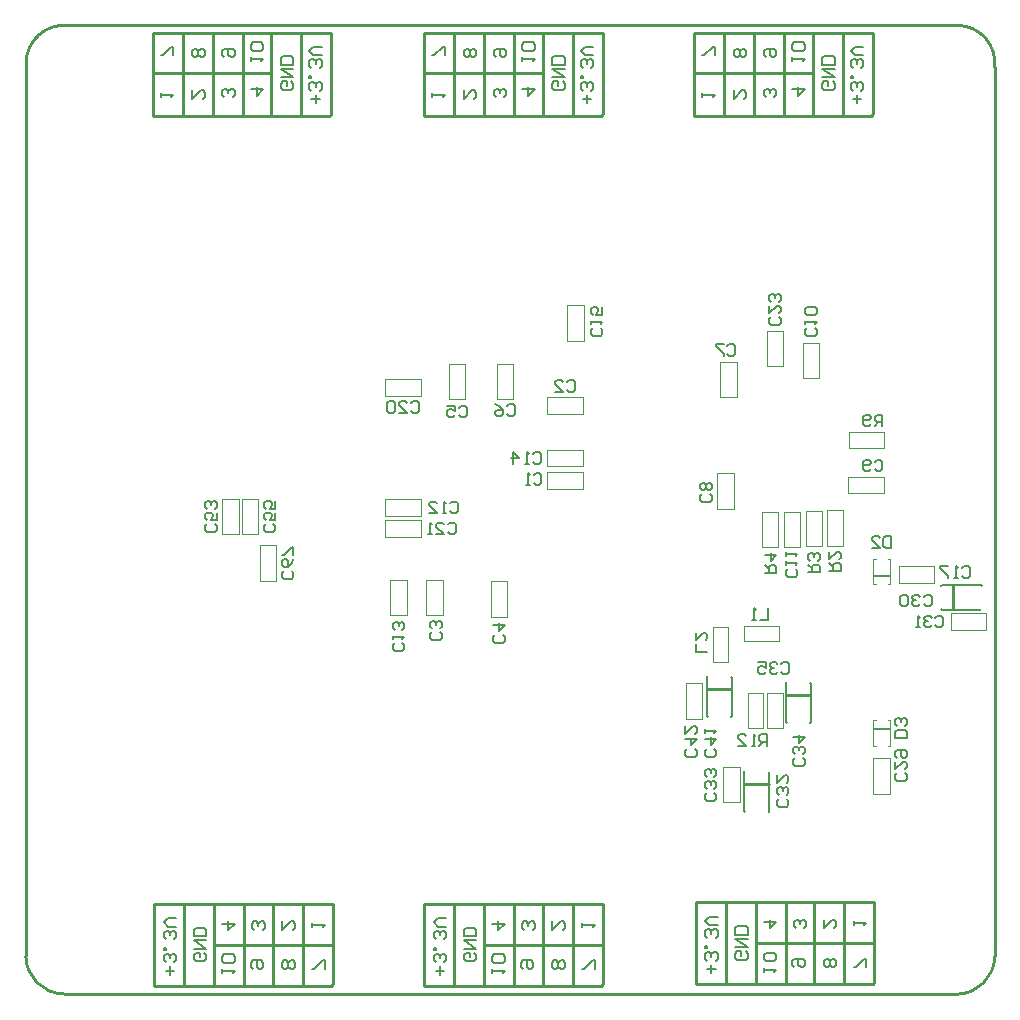
<source format=gbo>
G04*
G04 #@! TF.GenerationSoftware,Altium Limited,Altium Designer,20.2.5 (213)*
G04*
G04 Layer_Color=32896*
%FSLAX42Y42*%
%MOMM*%
G71*
G04*
G04 #@! TF.SameCoordinates,314019C8-8427-4676-9664-B8FEBD72C539*
G04*
G04*
G04 #@! TF.FilePolarity,Positive*
G04*
G01*
G75*
%ADD13C,0.25*%
%ADD14C,0.10*%
%ADD15C,0.12*%
%ADD16C,0.15*%
%ADD19C,0.16*%
%ADD121C,0.18*%
D13*
X8255Y10033D02*
Y10732D01*
X9766Y10046D02*
Y10732D01*
X8255D02*
X9766D01*
X8255Y10033D02*
X9754D01*
X9766Y10046D01*
X8509Y10033D02*
Y10732D01*
X8763Y10033D02*
Y10732D01*
X9017Y10033D02*
Y10732D01*
X9258Y10033D02*
Y10732D01*
X9512Y10033D02*
Y10732D01*
X8255Y10395D02*
X9252D01*
X5969Y10033D02*
Y10732D01*
X7480Y10046D02*
Y10732D01*
X5969D02*
X7480D01*
X5969Y10033D02*
X7468D01*
X7480Y10046D01*
X6223Y10033D02*
Y10732D01*
X6477Y10033D02*
Y10732D01*
X6731Y10033D02*
Y10732D01*
X6972Y10033D02*
Y10732D01*
X7226Y10033D02*
Y10732D01*
X5969Y10395D02*
X6966D01*
X3670D02*
X4667D01*
X4928Y10033D02*
Y10732D01*
X4674Y10033D02*
Y10732D01*
X4432Y10033D02*
Y10732D01*
X4178Y10033D02*
Y10732D01*
X3924Y10033D02*
Y10732D01*
X5169Y10033D02*
X5182Y10046D01*
X3670Y10033D02*
X5169D01*
X3670Y10732D02*
X5182D01*
Y10046D02*
Y10732D01*
X3670Y10033D02*
Y10732D01*
X8268Y2680D02*
Y3378D01*
X9779Y2692D02*
Y3378D01*
X8268D02*
X9779D01*
X8268Y2680D02*
X9766D01*
X9779Y2692D01*
X8522Y2680D02*
Y3378D01*
X8776Y2680D02*
Y3378D01*
X9030Y2680D02*
Y3378D01*
X9271Y2680D02*
Y3378D01*
X9525Y2680D02*
Y3378D01*
X8776Y3029D02*
X9773D01*
X5969Y2667D02*
Y3365D01*
X7480Y2680D02*
Y3365D01*
X5969D02*
X7480D01*
X5969Y2667D02*
X7468D01*
X7480Y2680D01*
X6223Y2667D02*
Y3365D01*
X6477Y2667D02*
Y3365D01*
X6731Y2667D02*
Y3365D01*
X6972Y2667D02*
Y3365D01*
X7226Y2667D02*
Y3365D01*
X6477Y3016D02*
X7474D01*
X4191D02*
X5188D01*
X4940Y2667D02*
Y3365D01*
X4686Y2667D02*
Y3365D01*
X4445Y2667D02*
Y3365D01*
X4191Y2667D02*
Y3365D01*
X3937Y2667D02*
Y3365D01*
X5182Y2667D02*
X5194Y2680D01*
X3683Y2667D02*
X5182D01*
X3683Y3365D02*
X5194D01*
Y2680D02*
Y3365D01*
X3683Y2667D02*
Y3365D01*
X10450Y5856D02*
Y6054D01*
X8688Y4378D02*
X8886D01*
X9041Y5132D02*
X9239D01*
X8373Y5184D02*
X8571D01*
X10799Y10444D02*
G03*
X10483Y10801I-316J38D01*
G01*
X10480Y2597D02*
G03*
X10801Y2921I-3J324D01*
G01*
X2597Y2921D02*
G03*
X2921Y2600I324J3D01*
G01*
X2962Y10799D02*
G03*
X2600Y10478I-39J-321D01*
G01*
X2962Y10799D02*
X2962Y10799D01*
X2598Y2921D02*
X2600Y10478D01*
X2921Y2600D02*
X10480Y2597D01*
X2911Y10800D02*
X10483Y10801D01*
X10800Y10444D02*
X10801Y2921D01*
D14*
X7013Y6877D02*
Y7017D01*
Y6877D02*
X7313D01*
X7013Y7017D02*
X7313D01*
Y6877D02*
Y7017D01*
X7013Y7512D02*
Y7652D01*
Y7512D02*
X7313D01*
X7013Y7652D02*
X7313D01*
Y7512D02*
Y7652D01*
X5988Y6106D02*
X6128D01*
X5988Y5806D02*
Y6106D01*
X6128Y5806D02*
Y6106D01*
X5988Y5806D02*
X6128D01*
X6534Y6094D02*
X6674D01*
X6534Y5794D02*
Y6094D01*
X6674Y5794D02*
Y6094D01*
X6534Y5794D02*
X6674D01*
X6178Y7935D02*
X6318D01*
X6178Y7635D02*
Y7935D01*
X6318Y7635D02*
Y7935D01*
X6178Y7635D02*
X6318D01*
X6585Y7935D02*
X6725D01*
X6585Y7635D02*
Y7935D01*
X6725Y7635D02*
Y7935D01*
X6585Y7635D02*
X6725D01*
X8476Y7950D02*
X8616D01*
X8476Y7650D02*
Y7950D01*
X8616Y7650D02*
Y7950D01*
X8476Y7650D02*
X8616D01*
X8452Y6708D02*
X8592D01*
X8592D02*
Y7008D01*
X8452Y6708D02*
Y7008D01*
X8592D01*
X9860Y6839D02*
Y6979D01*
X9560Y6979D02*
X9860D01*
X9560Y6839D02*
X9860D01*
X9560D02*
Y6979D01*
X9176Y8112D02*
X9316D01*
X9176Y7812D02*
Y8112D01*
X9316Y7812D02*
Y8112D01*
X9176Y7812D02*
X9316D01*
X9016Y6684D02*
X9156D01*
X9016Y6384D02*
Y6684D01*
X9156Y6384D02*
Y6684D01*
X9016Y6384D02*
X9156D01*
X5641Y6648D02*
Y6788D01*
Y6648D02*
X5941D01*
X5641Y6788D02*
X5941D01*
Y6648D02*
Y6788D01*
X5683Y6106D02*
X5823D01*
X5683Y5806D02*
Y6106D01*
X5823Y5806D02*
Y6106D01*
X5683Y5806D02*
X5823D01*
X7013Y7067D02*
Y7207D01*
Y7067D02*
X7313D01*
X7013Y7207D02*
X7313D01*
Y7067D02*
Y7207D01*
X7182Y8430D02*
X7322D01*
X7182Y8130D02*
Y8430D01*
X7322Y8130D02*
Y8430D01*
X7182Y8130D02*
X7322D01*
X9990Y6082D02*
Y6222D01*
Y6082D02*
X10290D01*
X9990Y6222D02*
X10290D01*
Y6082D02*
Y6222D01*
X5641Y7664D02*
Y7804D01*
Y7664D02*
X5941D01*
X5641Y7804D02*
X5941D01*
Y7664D02*
Y7804D01*
X5641Y6471D02*
Y6611D01*
Y6471D02*
X5941D01*
X5641Y6611D02*
X5941D01*
Y6471D02*
Y6611D01*
X8871Y8213D02*
X9011D01*
X8871Y7913D02*
Y8213D01*
X9011Y7913D02*
Y8213D01*
X8871Y7913D02*
X9011D01*
X9772Y4295D02*
X9912D01*
X9912D02*
Y4595D01*
X9772Y4295D02*
Y4595D01*
X9912D01*
X8414Y5710D02*
X8544D01*
Y5410D02*
Y5710D01*
X8414Y5410D02*
X8544D01*
X8414D02*
Y5710D01*
X9384Y6693D02*
X9514D01*
Y6393D02*
Y6693D01*
X9384Y6393D02*
X9514D01*
X9384D02*
Y6693D01*
X9206Y6690D02*
X9336D01*
Y6390D02*
Y6690D01*
X9206Y6390D02*
X9336D01*
X9206D02*
Y6690D01*
X8833Y6684D02*
X8963D01*
Y6384D02*
Y6684D01*
X8833Y6384D02*
X8963D01*
X8833D02*
Y6684D01*
X9865Y7225D02*
Y7355D01*
X9565Y7225D02*
X9865D01*
X9565D02*
Y7355D01*
X9865D01*
X8711Y4849D02*
X8841D01*
X8711D02*
Y5149D01*
X8841D01*
Y4849D02*
Y5149D01*
X4261Y6492D02*
X4401D01*
Y6792D01*
X4261Y6492D02*
Y6792D01*
X4261D02*
X4401D01*
X4426Y6492D02*
X4566D01*
Y6792D01*
X4426Y6492D02*
Y6792D01*
X4426D02*
X4566D01*
X4578Y6398D02*
X4718D01*
X4578Y6098D02*
Y6398D01*
X4718Y6098D02*
Y6398D01*
X4578Y6098D02*
X4718D01*
X10729Y5683D02*
Y5823D01*
X10429D02*
X10729D01*
X10429Y5683D02*
X10729D01*
X10429Y5683D02*
Y5823D01*
X8500Y4524D02*
X8640D01*
X8500Y4224D02*
Y4524D01*
X8640Y4224D02*
Y4524D01*
X8500Y4224D02*
X8640D01*
X8871Y5149D02*
X9011D01*
X8871Y4849D02*
Y5149D01*
X9011Y4849D02*
Y5149D01*
X8871Y4849D02*
X9011D01*
X8185Y5230D02*
X8325D01*
X8185Y4930D02*
Y5230D01*
X8325Y4930D02*
Y5230D01*
X8185Y4930D02*
X8325D01*
X8676Y5587D02*
Y5717D01*
X8976D01*
Y5587D02*
Y5717D01*
X8676Y5587D02*
X8976D01*
D15*
X9772Y6284D02*
X9772Y6069D01*
X9772Y6284D02*
X9793D01*
X9912Y6067D02*
Y6284D01*
X9893Y6067D02*
X9912D01*
X9775Y6147D02*
X9912D01*
X9772Y6137D02*
X9910D01*
X9772Y6067D02*
X9793D01*
X9893Y6284D02*
X9912D01*
Y4917D02*
X9912Y4701D01*
X9893D02*
X9912D01*
X9772D02*
Y4919D01*
X9793D01*
X9772Y4839D02*
X9910D01*
X9775Y4849D02*
X9912D01*
X9893Y4919D02*
X9912D01*
X9772Y4701D02*
X9793D01*
D16*
X10345Y5856D02*
X10353Y5849D01*
X10348Y6054D02*
X10355Y6061D01*
X10683D01*
X10690Y6054D01*
X10353Y5849D02*
X10680D01*
X10688Y5856D01*
X8681Y4148D02*
X8688Y4140D01*
X8681Y4148D02*
Y4475D01*
X8886Y4138D02*
X8893Y4145D01*
Y4473D01*
X8886Y4480D02*
X8893Y4473D01*
X8681Y4475D02*
X8688Y4483D01*
X9034Y4902D02*
X9041Y4894D01*
X9034Y4902D02*
Y5229D01*
X9239Y4892D02*
X9247Y4899D01*
Y5227D01*
X9239Y5234D02*
X9247Y5227D01*
X9034Y5229D02*
X9041Y5237D01*
X8365Y4954D02*
X8373Y4946D01*
X8365Y4954D02*
Y5281D01*
X8571Y4944D02*
X8578Y4951D01*
Y5279D01*
X8570Y5286D02*
X8578Y5279D01*
X8365Y5281D02*
X8373Y5289D01*
D19*
X4847Y6182D02*
X4863Y6165D01*
Y6132D01*
X4847Y6115D01*
X4780D01*
X4763Y6132D01*
Y6165D01*
X4780Y6182D01*
X4863Y6282D02*
X4847Y6248D01*
X4813Y6215D01*
X4780D01*
X4763Y6232D01*
Y6265D01*
X4780Y6282D01*
X4797D01*
X4813Y6265D01*
Y6215D01*
X4863Y6315D02*
Y6381D01*
X4847D01*
X4780Y6315D01*
X4763D01*
X4694Y6576D02*
X4711Y6559D01*
Y6526D01*
X4694Y6509D01*
X4628D01*
X4611Y6526D01*
Y6559D01*
X4628Y6576D01*
X4711Y6675D02*
Y6609D01*
X4661D01*
X4678Y6642D01*
Y6659D01*
X4661Y6675D01*
X4628D01*
X4611Y6659D01*
Y6625D01*
X4628Y6609D01*
X4711Y6775D02*
Y6709D01*
X4661D01*
X4678Y6742D01*
Y6759D01*
X4661Y6775D01*
X4628D01*
X4611Y6759D01*
Y6725D01*
X4628Y6709D01*
X4199Y6576D02*
X4215Y6559D01*
Y6526D01*
X4199Y6509D01*
X4132D01*
X4116Y6526D01*
Y6559D01*
X4132Y6576D01*
X4215Y6675D02*
Y6609D01*
X4166D01*
X4182Y6642D01*
Y6659D01*
X4166Y6675D01*
X4132D01*
X4116Y6659D01*
Y6625D01*
X4132Y6609D01*
X4199Y6709D02*
X4215Y6725D01*
Y6759D01*
X4199Y6775D01*
X4182D01*
X4166Y6759D01*
Y6742D01*
Y6759D01*
X4149Y6775D01*
X4132D01*
X4116Y6759D01*
Y6725D01*
X4132Y6709D01*
X8875Y4700D02*
Y4800D01*
X8825D01*
X8809Y4783D01*
Y4750D01*
X8825Y4733D01*
X8875D01*
X8842D02*
X8809Y4700D01*
X8775D02*
X8742D01*
X8759D01*
Y4800D01*
X8775Y4783D01*
X8626Y4700D02*
X8692D01*
X8626Y4766D01*
Y4783D01*
X8642Y4800D01*
X8675D01*
X8692Y4783D01*
X9849Y7405D02*
Y7505D01*
X9800D01*
X9783Y7488D01*
Y7455D01*
X9800Y7438D01*
X9849D01*
X9816D02*
X9783Y7405D01*
X9750Y7422D02*
X9733Y7405D01*
X9700D01*
X9683Y7422D01*
Y7488D01*
X9700Y7505D01*
X9733D01*
X9750Y7488D01*
Y7472D01*
X9733Y7455D01*
X9683D01*
X8853Y6165D02*
X8953D01*
Y6215D01*
X8936Y6232D01*
X8903D01*
X8886Y6215D01*
Y6165D01*
Y6199D02*
X8853Y6232D01*
Y6315D02*
X8953D01*
X8903Y6265D01*
Y6332D01*
X9221Y6169D02*
X9321D01*
Y6219D01*
X9304Y6235D01*
X9271D01*
X9254Y6219D01*
Y6169D01*
Y6202D02*
X9221Y6235D01*
X9304Y6269D02*
X9321Y6285D01*
Y6319D01*
X9304Y6335D01*
X9288D01*
X9271Y6319D01*
Y6302D01*
Y6319D01*
X9254Y6335D01*
X9238D01*
X9221Y6319D01*
Y6285D01*
X9238Y6269D01*
X9399Y6178D02*
X9499D01*
Y6228D01*
X9482Y6244D01*
X9449D01*
X9432Y6228D01*
Y6178D01*
Y6211D02*
X9399Y6244D01*
Y6344D02*
Y6278D01*
X9465Y6344D01*
X9482D01*
X9499Y6328D01*
Y6294D01*
X9482Y6278D01*
X8368Y5492D02*
X8269D01*
Y5559D01*
Y5658D02*
Y5592D01*
X8335Y5658D01*
X8352D01*
X8368Y5642D01*
Y5609D01*
X8352Y5592D01*
X8880Y5866D02*
Y5767D01*
X8814D01*
X8781D02*
X8747D01*
X8764D01*
Y5866D01*
X8781Y5850D01*
X10057Y4768D02*
X9958D01*
Y4818D01*
X9974Y4835D01*
X10041D01*
X10057Y4818D01*
Y4768D01*
X10041Y4868D02*
X10057Y4885D01*
Y4918D01*
X10041Y4935D01*
X10024D01*
X10008Y4918D01*
Y4901D01*
Y4918D01*
X9991Y4935D01*
X9974D01*
X9958Y4918D01*
Y4885D01*
X9974Y4868D01*
X9926Y6476D02*
Y6376D01*
X9876D01*
X9859Y6393D01*
Y6459D01*
X9876Y6476D01*
X9926D01*
X9759Y6376D02*
X9826D01*
X9759Y6443D01*
Y6459D01*
X9776Y6476D01*
X9809D01*
X9826Y6459D01*
X8263Y4671D02*
X8279Y4654D01*
Y4621D01*
X8263Y4604D01*
X8196D01*
X8180Y4621D01*
Y4654D01*
X8196Y4671D01*
X8180Y4754D02*
X8279D01*
X8230Y4704D01*
Y4770D01*
X8180Y4870D02*
Y4804D01*
X8246Y4870D01*
X8263D01*
X8279Y4854D01*
Y4820D01*
X8263Y4804D01*
X8428Y4675D02*
X8445Y4658D01*
Y4625D01*
X8428Y4608D01*
X8361D01*
X8345Y4625D01*
Y4658D01*
X8361Y4675D01*
X8345Y4758D02*
X8445D01*
X8395Y4708D01*
Y4774D01*
X8345Y4808D02*
Y4841D01*
Y4824D01*
X8445D01*
X8428Y4808D01*
X8995Y5393D02*
X9011Y5409D01*
X9045D01*
X9061Y5393D01*
Y5326D01*
X9045Y5310D01*
X9011D01*
X8995Y5326D01*
X8961Y5393D02*
X8945Y5409D01*
X8911D01*
X8895Y5393D01*
Y5376D01*
X8911Y5359D01*
X8928D01*
X8911D01*
X8895Y5343D01*
Y5326D01*
X8911Y5310D01*
X8945D01*
X8961Y5326D01*
X8795Y5409D02*
X8862D01*
Y5359D01*
X8828Y5376D01*
X8812D01*
X8795Y5359D01*
Y5326D01*
X8812Y5310D01*
X8845D01*
X8862Y5326D01*
X9177Y4594D02*
X9194Y4578D01*
Y4544D01*
X9177Y4528D01*
X9111D01*
X9094Y4544D01*
Y4578D01*
X9111Y4594D01*
X9177Y4628D02*
X9194Y4644D01*
Y4678D01*
X9177Y4694D01*
X9161D01*
X9144Y4678D01*
Y4661D01*
Y4678D01*
X9127Y4694D01*
X9111D01*
X9094Y4678D01*
Y4644D01*
X9111Y4628D01*
X9094Y4777D02*
X9194D01*
X9144Y4727D01*
Y4794D01*
X8428Y4302D02*
X8445Y4286D01*
Y4252D01*
X8428Y4236D01*
X8361D01*
X8345Y4252D01*
Y4286D01*
X8361Y4302D01*
X8428Y4336D02*
X8445Y4352D01*
Y4385D01*
X8428Y4402D01*
X8411D01*
X8395Y4385D01*
Y4369D01*
Y4385D01*
X8378Y4402D01*
X8361D01*
X8345Y4385D01*
Y4352D01*
X8361Y4336D01*
X8428Y4435D02*
X8445Y4452D01*
Y4485D01*
X8428Y4502D01*
X8411D01*
X8395Y4485D01*
Y4469D01*
Y4485D01*
X8378Y4502D01*
X8361D01*
X8345Y4485D01*
Y4452D01*
X8361Y4435D01*
X9038Y4251D02*
X9054Y4235D01*
Y4202D01*
X9038Y4185D01*
X8971D01*
X8954Y4202D01*
Y4235D01*
X8971Y4251D01*
X9038Y4285D02*
X9054Y4301D01*
Y4335D01*
X9038Y4351D01*
X9021D01*
X9004Y4335D01*
Y4318D01*
Y4335D01*
X8988Y4351D01*
X8971D01*
X8954Y4335D01*
Y4301D01*
X8971Y4285D01*
X8954Y4451D02*
Y4385D01*
X9021Y4451D01*
X9038D01*
X9054Y4434D01*
Y4401D01*
X9038Y4385D01*
X10299Y5786D02*
X10315Y5803D01*
X10349D01*
X10365Y5786D01*
Y5720D01*
X10349Y5703D01*
X10315D01*
X10299Y5720D01*
X10266Y5786D02*
X10249Y5803D01*
X10216D01*
X10199Y5786D01*
Y5770D01*
X10216Y5753D01*
X10232D01*
X10216D01*
X10199Y5736D01*
Y5720D01*
X10216Y5703D01*
X10249D01*
X10266Y5720D01*
X10166Y5703D02*
X10132D01*
X10149D01*
Y5803D01*
X10166Y5786D01*
X10201Y5964D02*
X10218Y5981D01*
X10251D01*
X10268Y5964D01*
Y5898D01*
X10251Y5881D01*
X10218D01*
X10201Y5898D01*
X10168Y5964D02*
X10151Y5981D01*
X10118D01*
X10101Y5964D01*
Y5948D01*
X10118Y5931D01*
X10135D01*
X10118D01*
X10101Y5914D01*
Y5898D01*
X10118Y5881D01*
X10151D01*
X10168Y5898D01*
X10068Y5964D02*
X10051Y5981D01*
X10018D01*
X10002Y5964D01*
Y5898D01*
X10018Y5881D01*
X10051D01*
X10068Y5898D01*
Y5964D01*
X10041Y4467D02*
X10057Y4451D01*
Y4417D01*
X10041Y4401D01*
X9974D01*
X9958Y4417D01*
Y4451D01*
X9974Y4467D01*
X9958Y4567D02*
Y4501D01*
X10024Y4567D01*
X10041D01*
X10057Y4551D01*
Y4517D01*
X10041Y4501D01*
X9974Y4600D02*
X9958Y4617D01*
Y4650D01*
X9974Y4667D01*
X10041D01*
X10057Y4650D01*
Y4617D01*
X10041Y4600D01*
X10024D01*
X10008Y4617D01*
Y4667D01*
X8974Y8328D02*
X8991Y8312D01*
Y8278D01*
X8974Y8262D01*
X8908D01*
X8891Y8278D01*
Y8312D01*
X8908Y8328D01*
X8891Y8428D02*
Y8361D01*
X8957Y8428D01*
X8974D01*
X8991Y8411D01*
Y8378D01*
X8974Y8361D01*
Y8461D02*
X8991Y8478D01*
Y8511D01*
X8974Y8528D01*
X8957D01*
X8941Y8511D01*
Y8494D01*
Y8511D01*
X8924Y8528D01*
X8908D01*
X8891Y8511D01*
Y8478D01*
X8908Y8461D01*
X6171Y6574D02*
X6188Y6590D01*
X6221D01*
X6238Y6574D01*
Y6507D01*
X6221Y6491D01*
X6188D01*
X6171Y6507D01*
X6072Y6491D02*
X6138D01*
X6072Y6557D01*
Y6574D01*
X6088Y6590D01*
X6121D01*
X6138Y6574D01*
X6038Y6491D02*
X6005D01*
X6022D01*
Y6590D01*
X6038Y6574D01*
X5858Y7602D02*
X5874Y7619D01*
X5908D01*
X5924Y7602D01*
Y7536D01*
X5908Y7519D01*
X5874D01*
X5858Y7536D01*
X5758Y7519D02*
X5824D01*
X5758Y7586D01*
Y7602D01*
X5775Y7619D01*
X5808D01*
X5824Y7602D01*
X5725D02*
X5708Y7619D01*
X5675D01*
X5658Y7602D01*
Y7536D01*
X5675Y7519D01*
X5708D01*
X5725Y7536D01*
Y7602D01*
X10523Y6205D02*
X10540Y6222D01*
X10573D01*
X10590Y6205D01*
Y6139D01*
X10573Y6122D01*
X10540D01*
X10523Y6139D01*
X10490Y6122D02*
X10456D01*
X10473D01*
Y6222D01*
X10490Y6205D01*
X10407Y6222D02*
X10340D01*
Y6205D01*
X10407Y6139D01*
Y6122D01*
X7463Y8235D02*
X7479Y8218D01*
Y8185D01*
X7463Y8168D01*
X7396D01*
X7380Y8185D01*
Y8218D01*
X7396Y8235D01*
X7380Y8268D02*
Y8301D01*
Y8285D01*
X7479D01*
X7463Y8268D01*
X7479Y8418D02*
Y8351D01*
X7429D01*
X7446Y8385D01*
Y8401D01*
X7429Y8418D01*
X7396D01*
X7380Y8401D01*
Y8368D01*
X7396Y8351D01*
X6892Y7171D02*
X6909Y7187D01*
X6942D01*
X6959Y7171D01*
Y7104D01*
X6942Y7087D01*
X6909D01*
X6892Y7104D01*
X6859Y7087D02*
X6826D01*
X6842D01*
Y7187D01*
X6859Y7171D01*
X6726Y7087D02*
Y7187D01*
X6776Y7137D01*
X6709D01*
X5786Y5568D02*
X5803Y5551D01*
Y5518D01*
X5786Y5501D01*
X5720D01*
X5703Y5518D01*
Y5551D01*
X5720Y5568D01*
X5703Y5601D02*
Y5634D01*
Y5618D01*
X5803D01*
X5786Y5601D01*
Y5684D02*
X5803Y5701D01*
Y5734D01*
X5786Y5751D01*
X5770D01*
X5753Y5734D01*
Y5718D01*
Y5734D01*
X5736Y5751D01*
X5720D01*
X5703Y5734D01*
Y5701D01*
X5720Y5684D01*
X6192Y6752D02*
X6209Y6768D01*
X6242D01*
X6259Y6752D01*
Y6685D01*
X6242Y6668D01*
X6209D01*
X6192Y6685D01*
X6159Y6668D02*
X6126D01*
X6142D01*
Y6768D01*
X6159Y6752D01*
X6009Y6668D02*
X6076D01*
X6009Y6735D01*
Y6752D01*
X6026Y6768D01*
X6059D01*
X6076Y6752D01*
X9114Y6194D02*
X9130Y6177D01*
Y6144D01*
X9114Y6128D01*
X9047D01*
X9031Y6144D01*
Y6177D01*
X9047Y6194D01*
X9031Y6227D02*
Y6261D01*
Y6244D01*
X9130D01*
X9114Y6227D01*
X9031Y6311D02*
Y6344D01*
Y6327D01*
X9130D01*
X9114Y6311D01*
X9279Y8235D02*
X9295Y8218D01*
Y8185D01*
X9279Y8168D01*
X9212D01*
X9196Y8185D01*
Y8218D01*
X9212Y8235D01*
X9196Y8268D02*
Y8301D01*
Y8285D01*
X9295D01*
X9279Y8268D01*
Y8351D02*
X9295Y8368D01*
Y8401D01*
X9279Y8418D01*
X9212D01*
X9196Y8401D01*
Y8368D01*
X9212Y8351D01*
X9279D01*
X9783Y7107D02*
X9800Y7124D01*
X9833D01*
X9849Y7107D01*
Y7041D01*
X9833Y7024D01*
X9800D01*
X9783Y7041D01*
X9750D02*
X9733Y7024D01*
X9700D01*
X9683Y7041D01*
Y7107D01*
X9700Y7124D01*
X9733D01*
X9750Y7107D01*
Y7091D01*
X9733Y7074D01*
X9683D01*
X8390Y6829D02*
X8406Y6812D01*
Y6779D01*
X8390Y6762D01*
X8323D01*
X8307Y6779D01*
Y6812D01*
X8323Y6829D01*
X8390Y6862D02*
X8406Y6879D01*
Y6912D01*
X8390Y6928D01*
X8373D01*
X8357Y6912D01*
X8340Y6928D01*
X8323D01*
X8307Y6912D01*
Y6879D01*
X8323Y6862D01*
X8340D01*
X8357Y6879D01*
X8373Y6862D01*
X8390D01*
X8357Y6879D02*
Y6912D01*
X8538Y8085D02*
X8555Y8102D01*
X8588D01*
X8605Y8085D01*
Y8019D01*
X8588Y8002D01*
X8555D01*
X8538Y8019D01*
X8505Y8102D02*
X8439D01*
Y8085D01*
X8505Y8019D01*
Y8002D01*
X6671Y7577D02*
X6688Y7594D01*
X6721D01*
X6738Y7577D01*
Y7511D01*
X6721Y7494D01*
X6688D01*
X6671Y7511D01*
X6572Y7594D02*
X6605Y7577D01*
X6638Y7544D01*
Y7511D01*
X6622Y7494D01*
X6588D01*
X6572Y7511D01*
Y7527D01*
X6588Y7544D01*
X6638D01*
X6265Y7564D02*
X6282Y7581D01*
X6315D01*
X6332Y7564D01*
Y7498D01*
X6315Y7481D01*
X6282D01*
X6265Y7498D01*
X6165Y7581D02*
X6232D01*
Y7531D01*
X6199Y7548D01*
X6182D01*
X6165Y7531D01*
Y7498D01*
X6182Y7481D01*
X6215D01*
X6232Y7498D01*
X6640Y5636D02*
X6656Y5619D01*
Y5586D01*
X6640Y5570D01*
X6573D01*
X6557Y5586D01*
Y5619D01*
X6573Y5636D01*
X6557Y5719D02*
X6656D01*
X6607Y5669D01*
Y5736D01*
X6104Y5660D02*
X6120Y5644D01*
Y5610D01*
X6104Y5594D01*
X6037D01*
X6021Y5610D01*
Y5644D01*
X6037Y5660D01*
X6104Y5694D02*
X6120Y5710D01*
Y5743D01*
X6104Y5760D01*
X6087D01*
X6071Y5743D01*
Y5727D01*
Y5743D01*
X6054Y5760D01*
X6037D01*
X6021Y5743D01*
Y5710D01*
X6037Y5694D01*
X7181Y7780D02*
X7197Y7797D01*
X7231D01*
X7247Y7780D01*
Y7714D01*
X7231Y7697D01*
X7197D01*
X7181Y7714D01*
X7081Y7697D02*
X7148D01*
X7081Y7764D01*
Y7780D01*
X7098Y7797D01*
X7131D01*
X7148Y7780D01*
X6896Y6993D02*
X6913Y7009D01*
X6946D01*
X6963Y6993D01*
Y6926D01*
X6946Y6910D01*
X6913D01*
X6896Y6926D01*
X6863Y6910D02*
X6830D01*
X6846D01*
Y7009D01*
X6863Y6993D01*
D121*
X9086Y10257D02*
X9192D01*
X9139Y10203D01*
Y10274D01*
X8933Y10190D02*
X8951Y10208D01*
Y10244D01*
X8933Y10262D01*
X8915D01*
X8898Y10244D01*
Y10226D01*
Y10244D01*
X8880Y10262D01*
X8862D01*
X8844Y10244D01*
Y10208D01*
X8862Y10190D01*
X8590Y10249D02*
Y10178D01*
X8661Y10249D01*
X8679D01*
X8697Y10231D01*
Y10196D01*
X8679Y10178D01*
X8324Y10190D02*
Y10226D01*
Y10208D01*
X8430D01*
X8412Y10190D01*
X8430Y10546D02*
Y10617D01*
X8412D01*
X8341Y10546D01*
X8324D01*
X8679Y10533D02*
X8697Y10551D01*
Y10587D01*
X8679Y10604D01*
X8661D01*
X8644Y10587D01*
X8626Y10604D01*
X8608D01*
X8590Y10587D01*
Y10551D01*
X8608Y10533D01*
X8626D01*
X8644Y10551D01*
X8661Y10533D01*
X8679D01*
X8644Y10551D02*
Y10587D01*
X8862Y10533D02*
X8844Y10551D01*
Y10587D01*
X8862Y10604D01*
X8933D01*
X8951Y10587D01*
Y10551D01*
X8933Y10533D01*
X8915D01*
X8898Y10551D01*
Y10604D01*
X9086Y10495D02*
Y10531D01*
Y10513D01*
X9192D01*
X9174Y10495D01*
Y10584D02*
X9192Y10602D01*
Y10637D01*
X9174Y10655D01*
X9103D01*
X9086Y10637D01*
Y10602D01*
X9103Y10584D01*
X9174D01*
X9428Y10325D02*
X9446Y10307D01*
Y10272D01*
X9428Y10254D01*
X9357D01*
X9340Y10272D01*
Y10307D01*
X9357Y10325D01*
X9393D01*
Y10290D01*
X9340Y10361D02*
X9446D01*
X9340Y10432D01*
X9446D01*
Y10467D02*
X9340D01*
Y10521D01*
X9357Y10538D01*
X9428D01*
X9446Y10521D01*
Y10467D01*
X9634Y10140D02*
Y10211D01*
X9670Y10175D02*
X9599D01*
X9670Y10246D02*
X9688Y10264D01*
Y10300D01*
X9670Y10317D01*
X9652D01*
X9634Y10300D01*
Y10282D01*
Y10300D01*
X9616Y10317D01*
X9599D01*
X9581Y10300D01*
Y10264D01*
X9599Y10246D01*
X9581Y10353D02*
X9599D01*
Y10371D01*
X9581D01*
Y10353D01*
X9670Y10442D02*
X9688Y10460D01*
Y10495D01*
X9670Y10513D01*
X9652D01*
X9634Y10495D01*
Y10477D01*
Y10495D01*
X9616Y10513D01*
X9599D01*
X9581Y10495D01*
Y10460D01*
X9599Y10442D01*
X9688Y10548D02*
X9616D01*
X9581Y10584D01*
X9616Y10620D01*
X9688D01*
X6800Y10257D02*
X6906D01*
X6853Y10203D01*
Y10274D01*
X6647Y10190D02*
X6665Y10208D01*
Y10244D01*
X6647Y10262D01*
X6629D01*
X6612Y10244D01*
Y10226D01*
Y10244D01*
X6594Y10262D01*
X6576D01*
X6558Y10244D01*
Y10208D01*
X6576Y10190D01*
X6304Y10249D02*
Y10178D01*
X6375Y10249D01*
X6393D01*
X6411Y10231D01*
Y10196D01*
X6393Y10178D01*
X6038Y10190D02*
Y10226D01*
Y10208D01*
X6144D01*
X6126Y10190D01*
X6144Y10546D02*
Y10617D01*
X6126D01*
X6055Y10546D01*
X6038D01*
X6393Y10533D02*
X6411Y10551D01*
Y10587D01*
X6393Y10604D01*
X6375D01*
X6358Y10587D01*
X6340Y10604D01*
X6322D01*
X6304Y10587D01*
Y10551D01*
X6322Y10533D01*
X6340D01*
X6358Y10551D01*
X6375Y10533D01*
X6393D01*
X6358Y10551D02*
Y10587D01*
X6576Y10533D02*
X6558Y10551D01*
Y10587D01*
X6576Y10604D01*
X6647D01*
X6665Y10587D01*
Y10551D01*
X6647Y10533D01*
X6629D01*
X6612Y10551D01*
Y10604D01*
X6800Y10495D02*
Y10531D01*
Y10513D01*
X6906D01*
X6888Y10495D01*
Y10584D02*
X6906Y10602D01*
Y10637D01*
X6888Y10655D01*
X6817D01*
X6800Y10637D01*
Y10602D01*
X6817Y10584D01*
X6888D01*
X7142Y10325D02*
X7160Y10307D01*
Y10272D01*
X7142Y10254D01*
X7071D01*
X7054Y10272D01*
Y10307D01*
X7071Y10325D01*
X7107D01*
Y10290D01*
X7054Y10361D02*
X7160D01*
X7054Y10432D01*
X7160D01*
Y10467D02*
X7054D01*
Y10521D01*
X7071Y10538D01*
X7142D01*
X7160Y10521D01*
Y10467D01*
X7348Y10140D02*
Y10211D01*
X7384Y10175D02*
X7313D01*
X7384Y10246D02*
X7402Y10264D01*
Y10300D01*
X7384Y10317D01*
X7366D01*
X7348Y10300D01*
Y10282D01*
Y10300D01*
X7330Y10317D01*
X7313D01*
X7295Y10300D01*
Y10264D01*
X7313Y10246D01*
X7295Y10353D02*
X7313D01*
Y10371D01*
X7295D01*
Y10353D01*
X7384Y10442D02*
X7402Y10460D01*
Y10495D01*
X7384Y10513D01*
X7366D01*
X7348Y10495D01*
Y10477D01*
Y10495D01*
X7330Y10513D01*
X7313D01*
X7295Y10495D01*
Y10460D01*
X7313Y10442D01*
X7402Y10548D02*
X7330D01*
X7295Y10584D01*
X7330Y10620D01*
X7402D01*
X5050Y10140D02*
Y10211D01*
X5085Y10175D02*
X5014D01*
X5085Y10246D02*
X5103Y10264D01*
Y10300D01*
X5085Y10317D01*
X5067D01*
X5050Y10300D01*
Y10282D01*
Y10300D01*
X5032Y10317D01*
X5014D01*
X4996Y10300D01*
Y10264D01*
X5014Y10246D01*
X4996Y10353D02*
X5014D01*
Y10371D01*
X4996D01*
Y10353D01*
X5085Y10442D02*
X5103Y10460D01*
Y10495D01*
X5085Y10513D01*
X5067D01*
X5050Y10495D01*
Y10477D01*
Y10495D01*
X5032Y10513D01*
X5014D01*
X4996Y10495D01*
Y10460D01*
X5014Y10442D01*
X5103Y10548D02*
X5032D01*
X4996Y10584D01*
X5032Y10620D01*
X5103D01*
X4844Y10325D02*
X4862Y10307D01*
Y10272D01*
X4844Y10254D01*
X4773D01*
X4755Y10272D01*
Y10307D01*
X4773Y10325D01*
X4808D01*
Y10290D01*
X4755Y10361D02*
X4862D01*
X4755Y10432D01*
X4862D01*
Y10467D02*
X4755D01*
Y10521D01*
X4773Y10538D01*
X4844D01*
X4862Y10521D01*
Y10467D01*
X4501Y10495D02*
Y10531D01*
Y10513D01*
X4608D01*
X4590Y10495D01*
Y10584D02*
X4608Y10602D01*
Y10637D01*
X4590Y10655D01*
X4519D01*
X4501Y10637D01*
Y10602D01*
X4519Y10584D01*
X4590D01*
X4277Y10533D02*
X4260Y10551D01*
Y10587D01*
X4277Y10604D01*
X4348D01*
X4366Y10587D01*
Y10551D01*
X4348Y10533D01*
X4331D01*
X4313Y10551D01*
Y10604D01*
X4094Y10533D02*
X4112Y10551D01*
Y10587D01*
X4094Y10604D01*
X4077D01*
X4059Y10587D01*
X4041Y10604D01*
X4023D01*
X4006Y10587D01*
Y10551D01*
X4023Y10533D01*
X4041D01*
X4059Y10551D01*
X4077Y10533D01*
X4094D01*
X4059Y10551D02*
Y10587D01*
X3846Y10546D02*
Y10617D01*
X3828D01*
X3757Y10546D01*
X3739D01*
Y10190D02*
Y10226D01*
Y10208D01*
X3846D01*
X3828Y10190D01*
X4006Y10249D02*
Y10178D01*
X4077Y10249D01*
X4094D01*
X4112Y10231D01*
Y10196D01*
X4094Y10178D01*
X4348Y10190D02*
X4366Y10208D01*
Y10244D01*
X4348Y10262D01*
X4331D01*
X4313Y10244D01*
Y10226D01*
Y10244D01*
X4295Y10262D01*
X4277D01*
X4260Y10244D01*
Y10208D01*
X4277Y10190D01*
X4501Y10257D02*
X4608D01*
X4554Y10203D01*
Y10274D01*
X8402Y2774D02*
Y2845D01*
X8438Y2809D02*
X8367D01*
X8438Y2880D02*
X8456Y2898D01*
Y2934D01*
X8438Y2951D01*
X8420D01*
X8402Y2934D01*
Y2916D01*
Y2934D01*
X8385Y2951D01*
X8367D01*
X8349Y2934D01*
Y2898D01*
X8367Y2880D01*
X8349Y2987D02*
X8367D01*
Y3005D01*
X8349D01*
Y2987D01*
X8438Y3076D02*
X8456Y3094D01*
Y3129D01*
X8438Y3147D01*
X8420D01*
X8402Y3129D01*
Y3111D01*
Y3129D01*
X8385Y3147D01*
X8367D01*
X8349Y3129D01*
Y3094D01*
X8367Y3076D01*
X8456Y3182D02*
X8385D01*
X8349Y3218D01*
X8385Y3254D01*
X8456D01*
X8692Y2959D02*
X8710Y2941D01*
Y2906D01*
X8692Y2888D01*
X8621D01*
X8603Y2906D01*
Y2941D01*
X8621Y2959D01*
X8656D01*
Y2924D01*
X8603Y2995D02*
X8710D01*
X8603Y3066D01*
X8710D01*
Y3101D02*
X8603D01*
Y3155D01*
X8621Y3172D01*
X8692D01*
X8710Y3155D01*
Y3101D01*
X8844Y2786D02*
Y2822D01*
Y2804D01*
X8951D01*
X8933Y2786D01*
Y2875D02*
X8951Y2893D01*
Y2929D01*
X8933Y2946D01*
X8862D01*
X8844Y2929D01*
Y2893D01*
X8862Y2875D01*
X8933D01*
X9103Y2824D02*
X9086Y2842D01*
Y2878D01*
X9103Y2896D01*
X9174D01*
X9192Y2878D01*
Y2842D01*
X9174Y2824D01*
X9157D01*
X9139Y2842D01*
Y2896D01*
X9441Y2824D02*
X9459Y2842D01*
Y2878D01*
X9441Y2896D01*
X9423D01*
X9406Y2878D01*
X9388Y2896D01*
X9370D01*
X9352Y2878D01*
Y2842D01*
X9370Y2824D01*
X9388D01*
X9406Y2842D01*
X9423Y2824D01*
X9441D01*
X9406Y2842D02*
Y2878D01*
X9713Y2824D02*
Y2896D01*
X9695D01*
X9624Y2824D01*
X9606D01*
Y3180D02*
Y3216D01*
Y3198D01*
X9713D01*
X9695Y3180D01*
X9352Y3226D02*
Y3155D01*
X9423Y3226D01*
X9441D01*
X9459Y3208D01*
Y3172D01*
X9441Y3155D01*
X9187D02*
X9205Y3172D01*
Y3208D01*
X9187Y3226D01*
X9169D01*
X9152Y3208D01*
Y3190D01*
Y3208D01*
X9134Y3226D01*
X9116D01*
X9098Y3208D01*
Y3172D01*
X9116Y3155D01*
X8844Y3208D02*
X8951D01*
X8898Y3155D01*
Y3226D01*
X6104Y2761D02*
Y2832D01*
X6139Y2797D02*
X6068D01*
X6139Y2868D02*
X6157Y2885D01*
Y2921D01*
X6139Y2939D01*
X6121D01*
X6104Y2921D01*
Y2903D01*
Y2921D01*
X6086Y2939D01*
X6068D01*
X6050Y2921D01*
Y2885D01*
X6068Y2868D01*
X6050Y2974D02*
X6068D01*
Y2992D01*
X6050D01*
Y2974D01*
X6139Y3063D02*
X6157Y3081D01*
Y3116D01*
X6139Y3134D01*
X6121D01*
X6104Y3116D01*
Y3099D01*
Y3116D01*
X6086Y3134D01*
X6068D01*
X6050Y3116D01*
Y3081D01*
X6068Y3063D01*
X6157Y3170D02*
X6086D01*
X6050Y3205D01*
X6086Y3241D01*
X6157D01*
X6393Y2946D02*
X6411Y2929D01*
Y2893D01*
X6393Y2875D01*
X6322D01*
X6304Y2893D01*
Y2929D01*
X6322Y2946D01*
X6358D01*
Y2911D01*
X6304Y2982D02*
X6411D01*
X6304Y3053D01*
X6411D01*
Y3089D02*
X6304D01*
Y3142D01*
X6322Y3160D01*
X6393D01*
X6411Y3142D01*
Y3089D01*
X6546Y2774D02*
Y2809D01*
Y2791D01*
X6652D01*
X6634Y2774D01*
Y2863D02*
X6652Y2880D01*
Y2916D01*
X6634Y2934D01*
X6563D01*
X6546Y2916D01*
Y2880D01*
X6563Y2863D01*
X6634D01*
X6805Y2812D02*
X6787Y2830D01*
Y2865D01*
X6805Y2883D01*
X6876D01*
X6894Y2865D01*
Y2830D01*
X6876Y2812D01*
X6858D01*
X6840Y2830D01*
Y2883D01*
X7142Y2812D02*
X7160Y2830D01*
Y2865D01*
X7142Y2883D01*
X7125D01*
X7107Y2865D01*
X7089Y2883D01*
X7071D01*
X7054Y2865D01*
Y2830D01*
X7071Y2812D01*
X7089D01*
X7107Y2830D01*
X7125Y2812D01*
X7142D01*
X7107Y2830D02*
Y2865D01*
X7414Y2812D02*
Y2883D01*
X7396D01*
X7325Y2812D01*
X7308D01*
Y3167D02*
Y3203D01*
Y3185D01*
X7414D01*
X7396Y3167D01*
X7054Y3213D02*
Y3142D01*
X7125Y3213D01*
X7142D01*
X7160Y3195D01*
Y3160D01*
X7142Y3142D01*
X6888D02*
X6906Y3160D01*
Y3195D01*
X6888Y3213D01*
X6871D01*
X6853Y3195D01*
Y3178D01*
Y3195D01*
X6835Y3213D01*
X6817D01*
X6800Y3195D01*
Y3160D01*
X6817Y3142D01*
X6546Y3195D02*
X6652D01*
X6599Y3142D01*
Y3213D01*
X4260Y3195D02*
X4366D01*
X4313Y3142D01*
Y3213D01*
X4602Y3142D02*
X4620Y3160D01*
Y3195D01*
X4602Y3213D01*
X4585D01*
X4567Y3195D01*
Y3178D01*
Y3195D01*
X4549Y3213D01*
X4531D01*
X4514Y3195D01*
Y3160D01*
X4531Y3142D01*
X4768Y3213D02*
Y3142D01*
X4839Y3213D01*
X4856D01*
X4874Y3195D01*
Y3160D01*
X4856Y3142D01*
X5022Y3167D02*
Y3203D01*
Y3185D01*
X5128D01*
X5110Y3167D01*
X5128Y2812D02*
Y2883D01*
X5110D01*
X5039Y2812D01*
X5022D01*
X4856D02*
X4874Y2830D01*
Y2865D01*
X4856Y2883D01*
X4839D01*
X4821Y2865D01*
X4803Y2883D01*
X4785D01*
X4768Y2865D01*
Y2830D01*
X4785Y2812D01*
X4803D01*
X4821Y2830D01*
X4839Y2812D01*
X4856D01*
X4821Y2830D02*
Y2865D01*
X4519Y2812D02*
X4501Y2830D01*
Y2865D01*
X4519Y2883D01*
X4590D01*
X4608Y2865D01*
Y2830D01*
X4590Y2812D01*
X4572D01*
X4554Y2830D01*
Y2883D01*
X4260Y2774D02*
Y2809D01*
Y2791D01*
X4366D01*
X4348Y2774D01*
Y2863D02*
X4366Y2880D01*
Y2916D01*
X4348Y2934D01*
X4277D01*
X4260Y2916D01*
Y2880D01*
X4277Y2863D01*
X4348D01*
X4107Y2946D02*
X4125Y2929D01*
Y2893D01*
X4107Y2875D01*
X4036D01*
X4018Y2893D01*
Y2929D01*
X4036Y2946D01*
X4072D01*
Y2911D01*
X4018Y2982D02*
X4125D01*
X4018Y3053D01*
X4125D01*
Y3089D02*
X4018D01*
Y3142D01*
X4036Y3160D01*
X4107D01*
X4125Y3142D01*
Y3089D01*
X3818Y2761D02*
Y2832D01*
X3853Y2797D02*
X3782D01*
X3853Y2868D02*
X3871Y2885D01*
Y2921D01*
X3853Y2939D01*
X3835D01*
X3818Y2921D01*
Y2903D01*
Y2921D01*
X3800Y2939D01*
X3782D01*
X3764Y2921D01*
Y2885D01*
X3782Y2868D01*
X3764Y2974D02*
X3782D01*
Y2992D01*
X3764D01*
Y2974D01*
X3853Y3063D02*
X3871Y3081D01*
Y3116D01*
X3853Y3134D01*
X3835D01*
X3818Y3116D01*
Y3099D01*
Y3116D01*
X3800Y3134D01*
X3782D01*
X3764Y3116D01*
Y3081D01*
X3782Y3063D01*
X3871Y3170D02*
X3800D01*
X3764Y3205D01*
X3800Y3241D01*
X3871D01*
M02*

</source>
